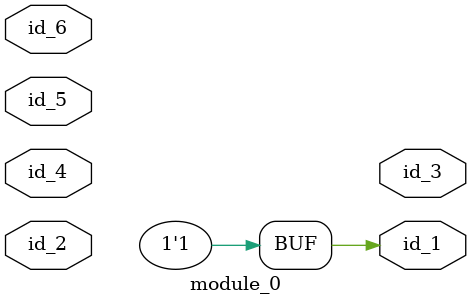
<source format=v>
module module_0 (
    id_1,
    id_2,
    id_3,
    id_4,
    id_5,
    id_6
);
  input id_6;
  input id_5;
  input id_4;
  output id_3;
  inout id_2;
  output id_1;
  assign id_1 = 1;
endmodule

</source>
